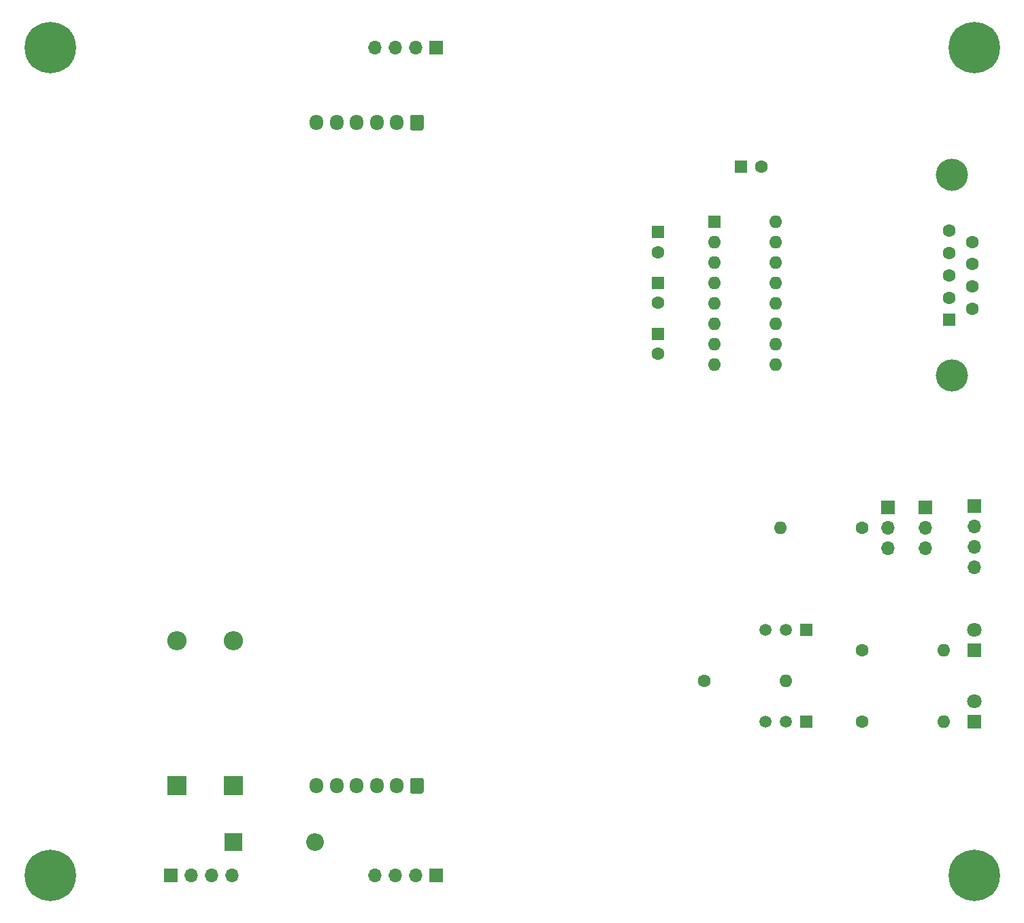
<source format=gbr>
%TF.GenerationSoftware,KiCad,Pcbnew,(5.1.10-1-10_14)*%
%TF.CreationDate,2022-02-21T21:09:16+11:00*%
%TF.ProjectId,FSK,46534b2e-6b69-4636-9164-5f7063625858,rev?*%
%TF.SameCoordinates,Original*%
%TF.FileFunction,Soldermask,Bot*%
%TF.FilePolarity,Negative*%
%FSLAX46Y46*%
G04 Gerber Fmt 4.6, Leading zero omitted, Abs format (unit mm)*
G04 Created by KiCad (PCBNEW (5.1.10-1-10_14)) date 2022-02-21 21:09:16*
%MOMM*%
%LPD*%
G01*
G04 APERTURE LIST*
%ADD10O,1.700000X1.950000*%
%ADD11O,1.700000X1.700000*%
%ADD12R,1.700000X1.700000*%
%ADD13O,1.600000X1.600000*%
%ADD14C,1.600000*%
%ADD15R,1.500000X1.500000*%
%ADD16C,1.500000*%
%ADD17C,1.800000*%
%ADD18R,1.800000X1.800000*%
%ADD19R,1.600000X1.600000*%
%ADD20C,4.000000*%
%ADD21O,2.200000X2.200000*%
%ADD22R,2.200000X2.200000*%
%ADD23O,2.400000X2.400000*%
%ADD24R,2.400000X2.400000*%
%ADD25C,0.800000*%
%ADD26C,6.400000*%
G04 APERTURE END LIST*
D10*
%TO.C,J11*%
X68145000Y-34290000D03*
X70645000Y-34290000D03*
X73145000Y-34290000D03*
X75645000Y-34290000D03*
X78145000Y-34290000D03*
G36*
G01*
X81495000Y-33565000D02*
X81495000Y-35015000D01*
G75*
G02*
X81245000Y-35265000I-250000J0D01*
G01*
X80045000Y-35265000D01*
G75*
G02*
X79795000Y-35015000I0J250000D01*
G01*
X79795000Y-33565000D01*
G75*
G02*
X80045000Y-33315000I250000J0D01*
G01*
X81245000Y-33315000D01*
G75*
G02*
X81495000Y-33565000I0J-250000D01*
G01*
G37*
%TD*%
%TO.C,J10*%
X68145000Y-116840000D03*
X70645000Y-116840000D03*
X73145000Y-116840000D03*
X75645000Y-116840000D03*
X78145000Y-116840000D03*
G36*
G01*
X81495000Y-116115000D02*
X81495000Y-117565000D01*
G75*
G02*
X81245000Y-117815000I-250000J0D01*
G01*
X80045000Y-117815000D01*
G75*
G02*
X79795000Y-117565000I0J250000D01*
G01*
X79795000Y-116115000D01*
G75*
G02*
X80045000Y-115865000I250000J0D01*
G01*
X81245000Y-115865000D01*
G75*
G02*
X81495000Y-116115000I0J-250000D01*
G01*
G37*
%TD*%
D11*
%TO.C,J3*%
X143870000Y-87280000D03*
X143870000Y-84740000D03*
D12*
X143870000Y-82200000D03*
%TD*%
D11*
%TO.C,J2*%
X139220000Y-87280000D03*
X139220000Y-84740000D03*
D12*
X139220000Y-82200000D03*
%TD*%
D13*
%TO.C,R10*%
X146205000Y-108870000D03*
D14*
X136045000Y-108870000D03*
%TD*%
D13*
%TO.C,R3*%
X125885000Y-84740000D03*
D14*
X136045000Y-84740000D03*
%TD*%
D13*
%TO.C,R2*%
X126520000Y-103790000D03*
D14*
X116360000Y-103790000D03*
%TD*%
D13*
%TO.C,R1*%
X146205000Y-99980000D03*
D14*
X136045000Y-99980000D03*
%TD*%
D15*
%TO.C,Q2*%
X129060000Y-97440000D03*
D16*
X123980000Y-97440000D03*
X126520000Y-97440000D03*
%TD*%
D15*
%TO.C,Q1*%
X129060000Y-108870000D03*
D16*
X123980000Y-108870000D03*
X126520000Y-108870000D03*
%TD*%
D17*
%TO.C,D3*%
X150015000Y-97440000D03*
D18*
X150015000Y-99980000D03*
%TD*%
D17*
%TO.C,D1*%
X150015000Y-106330000D03*
D18*
X150015000Y-108870000D03*
%TD*%
D11*
%TO.C,J5*%
X150015000Y-89620000D03*
X150015000Y-87080000D03*
X150015000Y-84540000D03*
D12*
X150015000Y-82000000D03*
%TD*%
D13*
%TO.C,U1*%
X125250000Y-46640000D03*
X117630000Y-64420000D03*
X125250000Y-49180000D03*
X117630000Y-61880000D03*
X125250000Y-51720000D03*
X117630000Y-59340000D03*
X125250000Y-54260000D03*
X117630000Y-56800000D03*
X125250000Y-56800000D03*
X117630000Y-54260000D03*
X125250000Y-59340000D03*
X117630000Y-51720000D03*
X125250000Y-61880000D03*
X117630000Y-49180000D03*
X125250000Y-64420000D03*
D19*
X117630000Y-46640000D03*
%TD*%
D20*
%TO.C,J1*%
X147180000Y-40815000D03*
X147180000Y-65815000D03*
D14*
X149720000Y-49160000D03*
X149720000Y-51930000D03*
X149720000Y-54700000D03*
X149720000Y-57470000D03*
X146880000Y-47775000D03*
X146880000Y-50545000D03*
X146880000Y-53315000D03*
X146880000Y-56085000D03*
D19*
X146880000Y-58855000D03*
%TD*%
D14*
%TO.C,C4*%
X110645000Y-56760000D03*
D19*
X110645000Y-54260000D03*
%TD*%
D14*
%TO.C,C3*%
X110645000Y-63110000D03*
D19*
X110645000Y-60610000D03*
%TD*%
D14*
%TO.C,C2*%
X123480000Y-39755000D03*
D19*
X120980000Y-39755000D03*
%TD*%
D14*
%TO.C,C1*%
X110645000Y-50450000D03*
D19*
X110645000Y-47950000D03*
%TD*%
D21*
%TO.C,D2*%
X67945000Y-123825000D03*
D22*
X57785000Y-123825000D03*
%TD*%
D23*
%TO.C,C8*%
X50800000Y-98840000D03*
D24*
X50800000Y-116840000D03*
%TD*%
D23*
%TO.C,C6*%
X57785000Y-98840000D03*
D24*
X57785000Y-116840000D03*
%TD*%
D11*
%TO.C,J9*%
X75380000Y-25000000D03*
X77920000Y-25000000D03*
X80460000Y-25000000D03*
D12*
X83000000Y-25000000D03*
%TD*%
D11*
%TO.C,J7*%
X75380000Y-128000000D03*
X77920000Y-128000000D03*
X80460000Y-128000000D03*
D12*
X83000000Y-128000000D03*
%TD*%
D11*
%TO.C,J6*%
X57620000Y-128000000D03*
X55080000Y-128000000D03*
X52540000Y-128000000D03*
D12*
X50000000Y-128000000D03*
%TD*%
D25*
%TO.C,H4*%
X151697056Y-23302944D03*
X150000000Y-22600000D03*
X148302944Y-23302944D03*
X147600000Y-25000000D03*
X148302944Y-26697056D03*
X150000000Y-27400000D03*
X151697056Y-26697056D03*
X152400000Y-25000000D03*
D26*
X150000000Y-25000000D03*
%TD*%
D25*
%TO.C,H3*%
X36697056Y-126302944D03*
X35000000Y-125600000D03*
X33302944Y-126302944D03*
X32600000Y-128000000D03*
X33302944Y-129697056D03*
X35000000Y-130400000D03*
X36697056Y-129697056D03*
X37400000Y-128000000D03*
D26*
X35000000Y-128000000D03*
%TD*%
D25*
%TO.C,H2*%
X36697056Y-23302944D03*
X35000000Y-22600000D03*
X33302944Y-23302944D03*
X32600000Y-25000000D03*
X33302944Y-26697056D03*
X35000000Y-27400000D03*
X36697056Y-26697056D03*
X37400000Y-25000000D03*
D26*
X35000000Y-25000000D03*
%TD*%
D25*
%TO.C,H1*%
X151697056Y-126302944D03*
X150000000Y-125600000D03*
X148302944Y-126302944D03*
X147600000Y-128000000D03*
X148302944Y-129697056D03*
X150000000Y-130400000D03*
X151697056Y-129697056D03*
X152400000Y-128000000D03*
D26*
X150000000Y-128000000D03*
%TD*%
M02*

</source>
